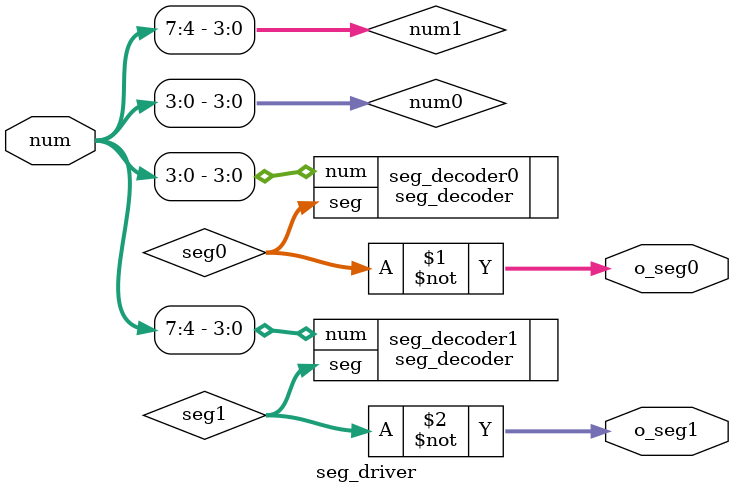
<source format=v>
module seg_driver (
    input [7:0] num,
    output [7:0] o_seg0,
    output [7:0] o_seg1,
);
    wire [7:0] seg0;
    wire [7:0] seg1;

    wire [3:0] num0;
    wire [3:0] num1;
    assign num0 = num[3:0];
    assign num1 = num[7:4];
    seg_decoder seg_decoder0 (
        .num(num0),
        .seg(seg0)
    );
    seg_decoder seg_decoder1 (
        .num(num1),
        .seg(seg1)
    );

    assign o_seg0 = ~seg0;
    assign o_seg1 = ~seg1;
endmodule
</source>
